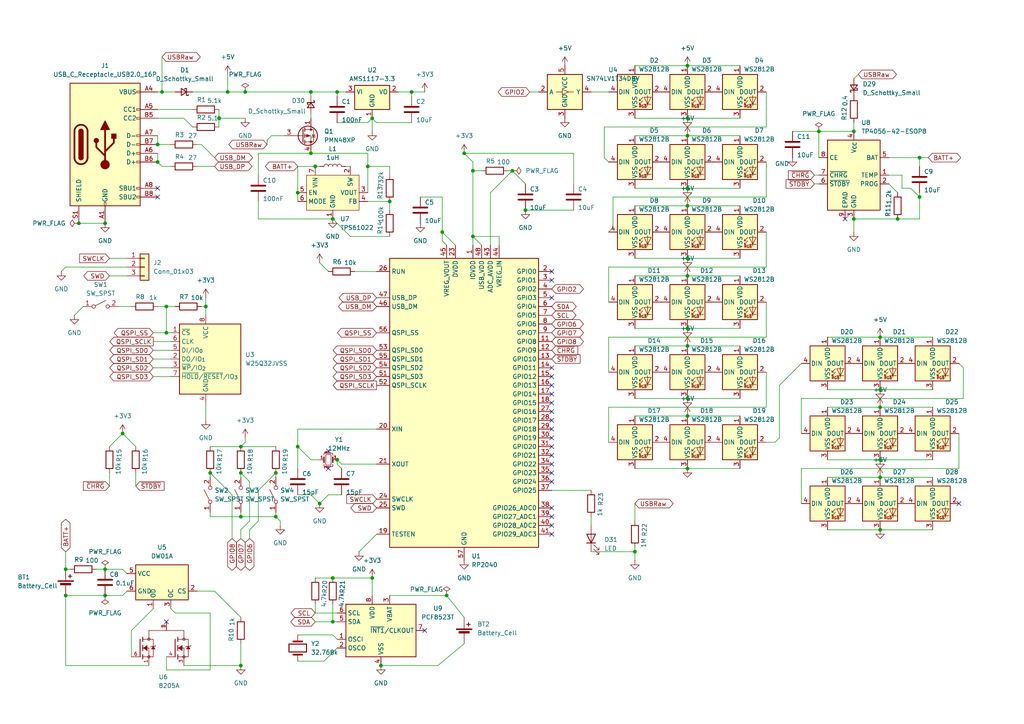
<source format=kicad_sch>
(kicad_sch (version 20250114) (generator "eeschema") (generator_version "9.0")
  (paper "A4")
  (junction (at 184.15 160.02))
  (junction (at 86.36 129.54))
  (junction (at 86.36 55.88))
  (junction (at 199.39 135.89))
  (junction (at 266.7 57.15))
  (junction (at 30.48 165.1))
  (junction (at 71.12 26.67))
  (junction (at 255.27 113.03))
  (junction (at 107.95 167.64))
  (junction (at 22.86 64.77))
  (junction (at 30.48 64.77))
  (junction (at 48.26 88.9))
  (junction (at 148.59 49.53))
  (junction (at 137.16 49.53))
  (junction (at 137.16 68.58))
  (junction (at 199.39 80.01))
  (junction (at 199.39 59.69))
  (junction (at 255.27 153.67))
  (junction (at 247.65 38.1))
  (junction (at 69.85 149.86))
  (junction (at 255.27 133.35))
  (junction (at 80.01 137.16))
  (junction (at 60.96 137.16))
  (junction (at 45.72 41.91))
  (junction (at 90.17 26.67))
  (junction (at 199.39 100.33))
  (junction (at 255.27 138.43))
  (junction (at 69.85 193.04))
  (junction (at 90.17 44.45))
  (junction (at 199.39 54.61))
  (junction (at 199.39 95.25))
  (junction (at 199.39 34.29))
  (junction (at 107.95 34.29))
  (junction (at 46.99 26.67))
  (junction (at 92.71 146.05))
  (junction (at 266.7 45.72))
  (junction (at 96.52 167.64))
  (junction (at 152.4 60.96))
  (junction (at 255.27 97.79))
  (junction (at 110.49 193.04))
  (junction (at 199.39 120.65))
  (junction (at 199.39 115.57))
  (junction (at 199.39 19.05))
  (junction (at 113.03 58.42))
  (junction (at 129.54 172.72))
  (junction (at 96.52 63.5))
  (junction (at 30.48 172.72))
  (junction (at 45.72 46.99))
  (junction (at 128.27 67.31))
  (junction (at 106.68 48.26))
  (junction (at 66.04 26.67))
  (junction (at 48.26 96.52))
  (junction (at 260.35 63.5))
  (junction (at 69.85 129.54))
  (junction (at 19.05 165.1))
  (junction (at 59.69 88.9))
  (junction (at 199.39 39.37))
  (junction (at 19.05 172.72))
  (junction (at 80.01 149.86))
  (junction (at 35.56 125.73))
  (junction (at 119.38 26.67))
  (junction (at 63.5 34.29))
  (junction (at 255.27 118.11))
  (junction (at 247.65 63.5))
  (junction (at 69.85 137.16))
  (junction (at 134.62 44.45))
  (junction (at 96.52 180.34))
  (junction (at 97.79 133.35))
  (junction (at 97.79 26.67))
  (junction (at 199.39 74.93))
  (junction (at 237.49 38.1))
  (junction (at 91.44 48.26))
  (no_connect (at 160.02 124.46))
  (no_connect (at 160.02 147.32))
  (no_connect (at 160.02 129.54))
  (no_connect (at 160.02 134.62))
  (no_connect (at 278.13 146.05))
  (no_connect (at 160.02 137.16))
  (no_connect (at 160.02 78.74))
  (no_connect (at 95.25 130.81))
  (no_connect (at 160.02 121.92))
  (no_connect (at 160.02 81.28))
  (no_connect (at 160.02 114.3))
  (no_connect (at 160.02 106.68))
  (no_connect (at 160.02 152.4))
  (no_connect (at 95.25 135.89))
  (no_connect (at 45.72 57.15))
  (no_connect (at 160.02 111.76))
  (no_connect (at 160.02 116.84))
  (no_connect (at 160.02 109.22))
  (no_connect (at 245.11 63.5))
  (no_connect (at 160.02 132.08))
  (no_connect (at 123.19 182.88))
  (no_connect (at 48.26 180.34))
  (no_connect (at 160.02 119.38))
  (no_connect (at 160.02 139.7))
  (no_connect (at 160.02 127))
  (no_connect (at 45.72 54.61))
  (no_connect (at 160.02 154.94))
  (no_connect (at 160.02 149.86))
  (no_connect (at 160.02 86.36))
  (wire (pts (xy 60.96 177.8) (xy 60.96 194.31)))
  (wire (pts (xy 48.26 88.9) (xy 50.8 88.9)))
  (wire (pts (xy 74.93 142.24) (xy 80.01 137.16)))
  (wire (pts (xy 44.45 101.6) (xy 49.53 101.6)))
  (wire (pts (xy 63.5 34.29) (xy 63.5 36.83)))
  (wire (pts (xy 44.45 104.14) (xy 49.53 104.14)))
  (wire (pts (xy 48.26 190.5) (xy 48.26 194.31)))
  (wire (pts (xy 53.34 193.04) (xy 69.85 193.04)))
  (wire (pts (xy 257.81 50.8) (xy 261.62 50.8)))
  (wire (pts (xy 240.03 133.35) (xy 255.27 133.35)))
  (wire (pts (xy 34.29 88.9) (xy 38.1 88.9)))
  (wire (pts (xy 266.7 55.88) (xy 266.7 57.15)))
  (wire (pts (xy 71.12 127) (xy 71.12 128.27)))
  (wire (pts (xy 184.15 100.33) (xy 199.39 100.33)))
  (wire (pts (xy 255.27 138.43) (xy 270.51 138.43)))
  (wire (pts (xy 184.15 34.29) (xy 199.39 34.29)))
  (wire (pts (xy 184.15 74.93) (xy 199.39 74.93)))
  (wire (pts (xy 45.72 34.29) (xy 53.34 34.29)))
  (wire (pts (xy 55.88 26.67) (xy 66.04 26.67)))
  (wire (pts (xy 119.38 26.67) (xy 119.38 27.94)))
  (wire (pts (xy 106.68 35.56) (xy 107.95 34.29)))
  (wire (pts (xy 106.68 44.45) (xy 106.68 48.26)))
  (wire (pts (xy 240.03 153.67) (xy 255.27 153.67)))
  (wire (pts (xy 247.65 35.56) (xy 247.65 38.1)))
  (wire (pts (xy 226.06 111.76) (xy 232.41 105.41)))
  (wire (pts (xy 46.99 26.67) (xy 50.8 26.67)))
  (wire (pts (xy 69.85 156.21) (xy 69.85 153.67)))
  (wire (pts (xy 199.39 135.89) (xy 214.63 135.89)))
  (wire (pts (xy 109.22 35.56) (xy 107.95 34.29)))
  (wire (pts (xy 237.49 50.8) (xy 236.22 50.8)))
  (wire (pts (xy 176.53 77.47) (xy 176.53 87.63)))
  (wire (pts (xy 27.94 165.1) (xy 30.48 165.1)))
  (wire (pts (xy 127 193.04) (xy 134.62 186.69)))
  (wire (pts (xy 99.06 134.62) (xy 97.79 133.35)))
  (wire (pts (xy 90.17 143.51) (xy 92.71 146.05)))
  (wire (pts (xy 113.03 172.72) (xy 129.54 172.72)))
  (wire (pts (xy 21.59 91.44) (xy 24.13 88.9)))
  (wire (pts (xy 109.22 154.94) (xy 104.14 160.02)))
  (wire (pts (xy 222.25 67.31) (xy 222.25 77.47)))
  (wire (pts (xy 90.17 26.67) (xy 97.79 26.67)))
  (wire (pts (xy 39.37 137.16) (xy 39.37 140.97)))
  (wire (pts (xy 184.15 54.61) (xy 199.39 54.61)))
  (wire (pts (xy 175.26 45.72) (xy 176.53 46.99)))
  (wire (pts (xy 257.81 45.72) (xy 266.7 45.72)))
  (wire (pts (xy 121.92 57.15) (xy 128.27 57.15)))
  (wire (pts (xy 106.68 48.26) (xy 106.68 55.88)))
  (wire (pts (xy 96.52 180.34) (xy 97.79 180.34)))
  (wire (pts (xy 199.39 19.05) (xy 214.63 19.05)))
  (wire (pts (xy 222.25 128.27) (xy 224.79 128.27)))
  (wire (pts (xy 19.05 165.1) (xy 20.32 165.1)))
  (wire (pts (xy 232.41 135.89) (xy 232.41 146.05)))
  (wire (pts (xy 39.37 129.54) (xy 35.56 125.73)))
  (wire (pts (xy 176.53 97.79) (xy 176.53 107.95)))
  (wire (pts (xy 90.17 26.67) (xy 90.17 27.94)))
  (wire (pts (xy 137.16 49.53) (xy 137.16 46.99)))
  (wire (pts (xy 48.26 194.31) (xy 60.96 194.31)))
  (wire (pts (xy 90.17 133.35) (xy 86.36 129.54)))
  (wire (pts (xy 247.65 63.5) (xy 260.35 63.5)))
  (wire (pts (xy 261.62 50.8) (xy 261.62 54.61)))
  (wire (pts (xy 261.62 54.61) (xy 264.16 54.61)))
  (wire (pts (xy 31.75 129.54) (xy 35.56 125.73)))
  (wire (pts (xy 19.05 172.72) (xy 30.48 172.72)))
  (wire (pts (xy 184.15 39.37) (xy 199.39 39.37)))
  (wire (pts (xy 199.39 59.69) (xy 214.63 59.69)))
  (wire (pts (xy 128.27 69.85) (xy 129.54 71.12)))
  (wire (pts (xy 78.74 39.37) (xy 77.47 40.64)))
  (wire (pts (xy 199.39 34.29) (xy 214.63 34.29)))
  (wire (pts (xy 72.39 153.67) (xy 74.93 151.13)))
  (wire (pts (xy 31.75 80.01) (xy 36.83 80.01)))
  (wire (pts (xy 91.44 177.8) (xy 97.79 177.8)))
  (wire (pts (xy 134.62 44.45) (xy 166.37 44.45)))
  (wire (pts (xy 69.85 149.86) (xy 80.01 149.86)))
  (wire (pts (xy 184.15 115.57) (xy 199.39 115.57)))
  (wire (pts (xy 72.39 139.7) (xy 69.85 137.16)))
  (wire (pts (xy 176.53 118.11) (xy 222.25 118.11)))
  (wire (pts (xy 199.39 120.65) (xy 214.63 120.65)))
  (wire (pts (xy 86.36 191.77) (xy 93.98 191.77)))
  (wire (pts (xy 184.15 160.02) (xy 184.15 162.56)))
  (wire (pts (xy 63.5 31.75) (xy 63.5 34.29)))
  (wire (pts (xy 279.4 115.57) (xy 279.4 106.68)))
  (wire (pts (xy 222.25 26.67) (xy 222.25 36.83)))
  (wire (pts (xy 86.36 129.54) (xy 86.36 135.89)))
  (wire (pts (xy 237.49 38.1) (xy 247.65 38.1)))
  (wire (pts (xy 119.38 35.56) (xy 109.22 35.56)))
  (wire (pts (xy 86.36 124.46) (xy 86.36 129.54)))
  (wire (pts (xy 96.52 175.26) (xy 96.52 180.34)))
  (wire (pts (xy 62.23 171.45) (xy 69.85 179.07)))
  (wire (pts (xy 80.01 148.59) (xy 80.01 149.86)))
  (wire (pts (xy 199.39 54.61) (xy 214.63 54.61)))
  (wire (pts (xy 113.03 58.42) (xy 113.03 60.96)))
  (wire (pts (xy 72.39 151.13) (xy 72.39 139.7)))
  (wire (pts (xy 53.34 34.29) (xy 55.88 36.83)))
  (wire (pts (xy 50.8 177.8) (xy 49.53 176.53)))
  (wire (pts (xy 82.55 39.37) (xy 78.74 39.37)))
  (wire (pts (xy 175.26 36.83) (xy 175.26 45.72)))
  (wire (pts (xy 176.53 97.79) (xy 222.25 97.79)))
  (wire (pts (xy 45.72 41.91) (xy 49.53 41.91)))
  (wire (pts (xy 95.25 78.74) (xy 92.71 76.2)))
  (wire (pts (xy 36.83 77.47) (xy 19.05 77.47)))
  (wire (pts (xy 63.5 34.29) (xy 71.12 34.29)))
  (wire (pts (xy 129.54 172.72) (xy 134.62 179.07)))
  (wire (pts (xy 232.41 115.57) (xy 279.4 115.57)))
  (wire (pts (xy 59.69 116.84) (xy 59.69 121.92)))
  (wire (pts (xy 240.03 113.03) (xy 255.27 113.03)))
  (wire (pts (xy 222.25 107.95) (xy 222.25 118.11)))
  (wire (pts (xy 232.41 115.57) (xy 232.41 125.73)))
  (wire (pts (xy 144.78 68.58) (xy 144.78 71.12)))
  (wire (pts (xy 266.7 45.72) (xy 266.7 48.26)))
  (wire (pts (xy 74.93 44.45) (xy 74.93 50.8)))
  (wire (pts (xy 247.65 63.5) (xy 247.65 67.31)))
  (wire (pts (xy 177.8 66.04) (xy 176.53 67.31)))
  (wire (pts (xy 59.69 86.36) (xy 59.69 88.9)))
  (wire (pts (xy 60.96 148.59) (xy 60.96 149.86)))
  (wire (pts (xy 86.36 184.15) (xy 96.52 184.15)))
  (wire (pts (xy 107.95 167.64) (xy 107.95 172.72)))
  (wire (pts (xy 30.48 172.72) (xy 35.56 172.72)))
  (wire (pts (xy 222.25 46.99) (xy 222.25 57.15)))
  (wire (pts (xy 171.45 160.02) (xy 184.15 160.02)))
  (wire (pts (xy 46.99 48.26) (xy 45.72 46.99)))
  (wire (pts (xy 110.49 193.04) (xy 127 193.04)))
  (wire (pts (xy 177.8 57.15) (xy 177.8 66.04)))
  (wire (pts (xy 67.31 156.21) (xy 67.31 143.51)))
  (wire (pts (xy 152.4 60.96) (xy 166.37 60.96)))
  (wire (pts (xy 19.05 193.04) (xy 43.18 193.04)))
  (wire (pts (xy 260.35 55.88) (xy 257.81 53.34)))
  (wire (pts (xy 69.85 137.16) (xy 69.85 138.43)))
  (wire (pts (xy 184.15 80.01) (xy 199.39 80.01)))
  (wire (pts (xy 44.45 96.52) (xy 48.26 96.52)))
  (wire (pts (xy 35.56 172.72) (xy 36.83 171.45)))
  (wire (pts (xy 199.39 39.37) (xy 214.63 39.37)))
  (wire (pts (xy 19.05 160.02) (xy 19.05 165.1)))
  (wire (pts (xy 266.7 57.15) (xy 266.7 63.5)))
  (wire (pts (xy 19.05 77.47) (xy 17.78 78.74)))
  (wire (pts (xy 71.12 26.67) (xy 90.17 26.67)))
  (wire (pts (xy 139.7 71.12) (xy 137.16 68.58)))
  (wire (pts (xy 266.7 45.72) (xy 269.24 45.72)))
  (wire (pts (xy 176.53 77.47) (xy 222.25 77.47)))
  (wire (pts (xy 184.15 158.75) (xy 184.15 160.02)))
  (wire (pts (xy 232.41 135.89) (xy 278.13 135.89)))
  (wire (pts (xy 184.15 95.25) (xy 199.39 95.25)))
  (wire (pts (xy 96.52 167.64) (xy 107.95 167.64)))
  (wire (pts (xy 255.27 113.03) (xy 270.51 113.03)))
  (wire (pts (xy 81.28 152.4) (xy 81.28 151.13)))
  (wire (pts (xy 199.39 95.25) (xy 214.63 95.25)))
  (wire (pts (xy 199.39 100.33) (xy 214.63 100.33)))
  (wire (pts (xy 38.1 190.5) (xy 38.1 182.88)))
  (wire (pts (xy 46.99 16.51) (xy 46.99 26.67)))
  (wire (pts (xy 57.15 48.26) (xy 62.23 48.26)))
  (wire (pts (xy 255.27 118.11) (xy 270.51 118.11)))
  (wire (pts (xy 49.53 48.26) (xy 46.99 48.26)))
  (wire (pts (xy 260.35 63.5) (xy 266.7 63.5)))
  (wire (pts (xy 147.32 49.53) (xy 148.59 49.53)))
  (wire (pts (xy 142.24 55.88) (xy 148.59 49.53)))
  (wire (pts (xy 237.49 53.34) (xy 236.22 53.34)))
  (wire (pts (xy 86.36 124.46) (xy 109.22 124.46)))
  (wire (pts (xy 148.59 49.53) (xy 152.4 53.34)))
  (wire (pts (xy 97.79 134.62) (xy 99.06 135.89)))
  (wire (pts (xy 255.27 153.67) (xy 270.51 153.67)))
  (wire (pts (xy 153.67 26.67) (xy 156.21 26.67)))
  (wire (pts (xy 199.39 115.57) (xy 214.63 115.57)))
  (wire (pts (xy 184.15 146.05) (xy 184.15 151.13)))
  (wire (pts (xy 247.65 22.86) (xy 248.92 21.59)))
  (wire (pts (xy 60.96 137.16) (xy 60.96 138.43)))
  (wire (pts (xy 67.31 143.51) (xy 60.96 137.16)))
  (wire (pts (xy 199.39 80.01) (xy 214.63 80.01)))
  (wire (pts (xy 92.71 133.35) (xy 90.17 133.35)))
  (wire (pts (xy 109.22 134.62) (xy 99.06 134.62)))
  (wire (pts (xy 86.36 143.51) (xy 90.17 143.51)))
  (wire (pts (xy 100.33 48.26) (xy 101.6 48.26)))
  (wire (pts (xy 44.45 99.06) (xy 49.53 99.06)))
  (wire (pts (xy 38.1 182.88) (xy 44.45 176.53)))
  (wire (pts (xy 66.04 21.59) (xy 66.04 26.67)))
  (wire (pts (xy 86.36 48.26) (xy 91.44 48.26)))
  (wire (pts (xy 229.87 38.1) (xy 237.49 38.1)))
  (wire (pts (xy 102.87 78.74) (xy 109.22 78.74)))
  (wire (pts (xy 137.16 49.53) (xy 139.7 49.53)))
  (wire (pts (xy 74.93 151.13) (xy 74.93 142.24)))
  (wire (pts (xy 74.93 44.45) (xy 90.17 44.45)))
  (wire (pts (xy 57.15 41.91) (xy 58.42 41.91)))
  (wire (pts (xy 74.93 58.42) (xy 74.93 63.5)))
  (wire (pts (xy 74.93 63.5) (xy 96.52 63.5)))
  (wire (pts (xy 224.79 128.27) (xy 226.06 127)))
  (wire (pts (xy 19.05 172.72) (xy 19.05 193.04)))
  (wire (pts (xy 44.45 106.68) (xy 49.53 106.68)))
  (wire (pts (xy 128.27 57.15) (xy 128.27 67.31)))
  (wire (pts (xy 171.45 149.86) (xy 171.45 152.4)))
  (wire (pts (xy 95.25 143.51) (xy 92.71 146.05)))
  (wire (pts (xy 48.26 96.52) (xy 49.53 96.52)))
  (wire (pts (xy 80.01 137.16) (xy 80.01 138.43)))
  (wire (pts (xy 264.16 54.61) (xy 266.7 57.15)))
  (wire (pts (xy 44.45 109.22) (xy 49.53 109.22)))
  (wire (pts (xy 279.4 106.68) (xy 278.13 105.41)))
  (wire (pts (xy 97.79 26.67) (xy 97.79 27.94)))
  (wire (pts (xy 171.45 26.67) (xy 176.53 26.67)))
  (wire (pts (xy 113.03 68.58) (xy 101.6 68.58)))
  (wire (pts (xy 77.47 40.64) (xy 77.47 41.91)))
  (wire (pts (xy 97.79 133.35) (xy 97.79 134.62)))
  (wire (pts (xy 45.72 39.37) (xy 45.72 41.91)))
  (wire (pts (xy 184.15 135.89) (xy 199.39 135.89)))
  (wire (pts (xy 99.06 143.51) (xy 95.25 143.51)))
  (wire (pts (xy 81.28 151.13) (xy 80.01 149.86)))
  (wire (pts (xy 137.16 68.58) (xy 144.78 68.58)))
  (wire (pts (xy 86.36 48.26) (xy 86.36 55.88)))
  (wire (pts (xy 71.12 128.27) (xy 69.85 129.54)))
  (wire (pts (xy 132.08 71.12) (xy 128.27 67.31)))
  (wire (pts (xy 69.85 129.54) (xy 80.01 129.54)))
  (wire (pts (xy 91.44 48.26) (xy 92.71 48.26)))
  (wire (pts (xy 176.53 118.11) (xy 176.53 128.27)))
  (wire (pts (xy 91.44 175.26) (xy 91.44 177.8)))
  (wire (pts (xy 237.49 38.1) (xy 237.49 45.72)))
  (wire (pts (xy 93.98 191.77) (xy 97.79 187.96)))
  (wire (pts (xy 255.27 133.35) (xy 270.51 133.35)))
  (wire (pts (xy 107.95 34.29) (xy 107.95 38.1)))
  (wire (pts (xy 137.16 71.12) (xy 137.16 68.58)))
  (wire (pts (xy 69.85 148.59) (xy 69.85 149.86)))
  (wire (pts (xy 240.03 138.43) (xy 255.27 138.43)))
  (wire (pts (xy 72.39 156.21) (xy 72.39 153.67)))
  (wire (pts (xy 96.52 184.15) (xy 97.79 185.42)))
  (wire (pts (xy 106.68 48.26) (xy 113.03 48.26)))
  (wire (pts (xy 60.96 177.8) (xy 50.8 177.8)))
  (wire (pts (xy 199.39 74.93) (xy 214.63 74.93)))
  (wire (pts (xy 48.26 88.9) (xy 48.26 96.52)))
  (wire (pts (xy 101.6 68.58) (xy 96.52 63.5)))
  (wire (pts (xy 60.96 129.54) (xy 69.85 129.54)))
  (wire (pts (xy 45.72 88.9) (xy 48.26 88.9)))
  (wire (pts (xy 45.72 26.67) (xy 46.99 26.67)))
  (wire (pts (xy 45.72 44.45) (xy 45.72 46.99)))
  (wire (pts (xy 119.38 26.67) (xy 123.19 26.67)))
  (wire (pts (xy 57.15 171.45) (xy 62.23 171.45)))
  (wire (pts (xy 278.13 125.73) (xy 278.13 135.89)))
  (wire (pts (xy 69.85 153.67) (xy 72.39 151.13)))
  (wire (pts (xy 160.02 142.24) (xy 171.45 142.24)))
  (wire (pts (xy 142.24 71.12) (xy 142.24 55.88)))
  (wire (pts (xy 91.44 167.64) (xy 96.52 167.64)))
  (wire (pts (xy 31.75 74.93) (xy 36.83 74.93)))
  (wire (pts (xy 30.48 165.1) (xy 35.56 165.1)))
  (wire (pts (xy 184.15 19.05) (xy 199.39 19.05)))
  (wire (pts (xy 90.17 33.02) (xy 90.17 34.29)))
  (wire (pts (xy 31.75 137.16) (xy 31.75 140.97)))
  (wire (pts (xy 184.15 59.69) (xy 199.39 59.69)))
  (wire (pts (xy 91.44 180.34) (xy 96.52 180.34)))
  (wire (pts (xy 128.27 67.31) (xy 128.27 69.85)))
  (wire (pts (xy 97.79 35.56) (xy 106.68 35.56)))
  (wire (pts (xy 137.16 68.58) (xy 137.16 49.53)))
  (wire (pts (xy 69.85 186.69) (xy 69.85 193.04)))
  (wire (pts (xy 240.03 97.79) (xy 255.27 97.79)))
  (wire (pts (xy 66.04 26.67) (xy 71.12 26.67)))
  (wire (pts (xy 90.17 44.45) (xy 106.68 44.45)))
  (wire (pts (xy 184.15 120.65) (xy 199.39 120.65)))
  (wire (pts (xy 177.8 57.15) (xy 222.25 57.15)))
  (wire (pts (xy 113.03 48.26) (xy 113.03 50.8)))
  (wire (pts (xy 45.72 31.75) (xy 55.88 31.75)))
  (wire (pts (xy 115.57 26.67) (xy 119.38 26.67)))
  (wire (pts (xy 226.06 127) (xy 226.06 111.76)))
  (wire (pts (xy 240.03 118.11) (xy 255.27 118.11)))
  (wire (pts (xy 255.27 97.79) (xy 270.51 97.79)))
  (wire (pts (xy 59.69 88.9) (xy 59.69 91.44)))
  (wire (pts (xy 22.86 64.77) (xy 30.48 64.77)))
  (wire (pts (xy 137.16 46.99) (xy 134.62 44.45)))
  (wire (pts (xy 97.79 26.67) (xy 100.33 26.67)))
  (wire (pts (xy 58.42 88.9) (xy 59.69 88.9)))
  (wire (pts (xy 175.26 36.83) (xy 222.25 36.83)))
  (wire (pts (xy 60.96 149.86) (xy 69.85 149.86)))
  (wire (pts (xy 35.56 165.1) (xy 36.83 166.37)))
  (wire (pts (xy 222.25 87.63) (xy 222.25 97.79)))
  (wire (pts (xy 166.37 44.45) (xy 166.37 53.34)))
  (wire (pts (xy 58.42 41.91) (xy 62.23 45.72)))
  (wire (pts (xy 86.36 55.88) (xy 86.36 58.42)))
  (wire (pts (xy 106.68 58.42) (xy 113.03 58.42)))
  (global_label "QSPI_SD0" (shape bidirectional) (at 109.22 101.6 180) (property "Intersheetrefs" "${INTERSHEET_REFS}" (effects (hide yes))))
  (global_label "SDA" (shape bidirectional) (at 160.02 88.9 0) (property "Intersheetrefs" "${INTERSHEET_REFS}" (effects (hide yes))))
  (global_label "SWCLK" (shape input) (at 31.75 74.93 180) (property "Intersheetrefs" "${INTERSHEET_REFS}" (effects (hide yes))))
  (global_label "SWD" (shape bidirectional) (at 109.22 147.32 180) (property "Intersheetrefs" "${INTERSHEET_REFS}" (effects (hide yes))))
  (global_label "USBRaw" (shape bidirectional) (at 184.15 146.05 0) (property "Intersheetrefs" "${INTERSHEET_REFS}" (effects (hide yes))))
  (global_label "QSPI_SD0" (shape bidirectional) (at 44.45 101.6 180) (property "Intersheetrefs" "${INTERSHEET_REFS}" (effects (hide yes))))
  (global_label "BATT+" (shape bidirectional) (at 269.24 45.72 0) (property "Intersheetrefs" "${INTERSHEET_REFS}" (effects (hide yes))))
  (global_label "SWD" (shape bidirectional) (at 31.75 80.01 180) (property "Intersheetrefs" "${INTERSHEET_REFS}" (effects (hide yes))))
  (global_label "~{CHRG}" (shape input) (at 236.22 50.8 180) (property "Intersheetrefs" "${INTERSHEET_REFS}" (effects (hide yes))))
  (global_label "GPIO8" (shape bidirectional) (at 160.02 99.06 0) (property "Intersheetrefs" "${INTERSHEET_REFS}" (effects (hide yes))))
  (global_label "~{STDBY}" (shape input) (at 236.22 53.34 180) (property "Intersheetrefs" "${INTERSHEET_REFS}" (effects (hide yes))))
  (global_label "QSPI_SD3" (shape bidirectional) (at 109.22 109.22 180) (property "Intersheetrefs" "${INTERSHEET_REFS}" (effects (hide yes))))
  (global_label "USBRaw" (shape bidirectional) (at 46.99 16.51 0) (property "Intersheetrefs" "${INTERSHEET_REFS}" (effects (hide yes))))
  (global_label "QSPI_SCLK" (shape output) (at 109.22 111.76 180) (property "Intersheetrefs" "${INTERSHEET_REFS}" (effects (hide yes))))
  (global_label "USB_DP" (shape bidirectional) (at 109.22 86.36 180) (property "Intersheetrefs" "${INTERSHEET_REFS}" (effects (hide yes))))
  (global_label "GPIO2" (shape bidirectional) (at 160.02 83.82 0) (property "Intersheetrefs" "${INTERSHEET_REFS}" (effects (hide yes))))
  (global_label "USBRaw" (shape bidirectional) (at 77.47 41.91 180) (property "Intersheetrefs" "${INTERSHEET_REFS}" (effects (hide yes))))
  (global_label "~{STDBY}" (shape input) (at 39.37 140.97 0) (property "Intersheetrefs" "${INTERSHEET_REFS}" (effects (hide yes))))
  (global_label "GPIO7" (shape bidirectional) (at 69.85 156.21 270) (property "Intersheetrefs" "${INTERSHEET_REFS}" (effects (hide yes))))
  (global_label "BATT+" (shape bidirectional) (at 86.36 48.26 180) (property "Intersheetrefs" "${INTERSHEET_REFS}" (effects (hide yes))))
  (global_label "USBRaw" (shape bidirectional) (at 248.92 21.59 0) (property "Intersheetrefs" "${INTERSHEET_REFS}" (effects (hide yes))))
  (global_label "SCL" (shape bidirectional) (at 160.02 91.44 0) (property "Intersheetrefs" "${INTERSHEET_REFS}" (effects (hide yes))))
  (global_label "GPIO2" (shape bidirectional) (at 153.67 26.67 180) (property "Intersheetrefs" "${INTERSHEET_REFS}" (effects (hide yes))))
  (global_label "SDA" (shape bidirectional) (at 91.44 180.34 180) (property "Intersheetrefs" "${INTERSHEET_REFS}" (effects (hide yes))))
  (global_label "QSPI_SS" (shape bidirectional) (at 109.22 96.52 180) (property "Intersheetrefs" "${INTERSHEET_REFS}" (effects (hide yes))))
  (global_label "~{CHRG}" (shape input) (at 31.75 140.97 180) (property "Intersheetrefs" "${INTERSHEET_REFS}" (effects (hide yes))))
  (global_label "GPIO8" (shape bidirectional) (at 67.31 156.21 270) (property "Intersheetrefs" "${INTERSHEET_REFS}" (effects (hide yes))))
  (global_label "USB_DM" (shape bidirectional) (at 62.23 45.72 0) (property "Intersheetrefs" "${INTERSHEET_REFS}" (effects (hide yes))))
  (global_label "SCL" (shape bidirectional) (at 91.44 177.8 180) (property "Intersheetrefs" "${INTERSHEET_REFS}" (effects (hide yes))))
  (global_label "GPIO6" (shape bidirectional) (at 72.39 156.21 270) (property "Intersheetrefs" "${INTERSHEET_REFS}" (effects (hide yes))))
  (global_label "USB_DM" (shape bidirectional) (at 109.22 88.9 180) (property "Intersheetrefs" "${INTERSHEET_REFS}" (effects (hide yes))))
  (global_label "GPIO7" (shape bidirectional) (at 160.02 96.52 0) (property "Intersheetrefs" "${INTERSHEET_REFS}" (effects (hide yes))))
  (global_label "~{CHRG}" (shape input) (at 160.02 101.6 0) (property "Intersheetrefs" "${INTERSHEET_REFS}" (effects (hide yes))))
  (global_label "~{STDBY}" (shape input) (at 160.02 104.14 0) (property "Intersheetrefs" "${INTERSHEET_REFS}" (effects (hide yes))))
  (global_label "QSPI_SD2" (shape bidirectional) (at 109.22 106.68 180) (property "Intersheetrefs" "${INTERSHEET_REFS}" (effects (hide yes))))
  (global_label "BATT+" (shape bidirectional) (at 19.05 160.02 90) (property "Intersheetrefs" "${INTERSHEET_REFS}" (effects (hide yes))))
  (global_label "QSPI_SCLK" (shape output) (at 44.45 99.06 180) (property "Intersheetrefs" "${INTERSHEET_REFS}" (effects (hide yes))))
  (global_label "GPIO6" (shape bidirectional) (at 160.02 93.98 0) (property "Intersheetrefs" "${INTERSHEET_REFS}" (effects (hide yes))))
  (global_label "USB_DP" (shape bidirectional) (at 62.23 48.26 0) (property "Intersheetrefs" "${INTERSHEET_REFS}" (effects (hide yes))))
  (global_label "QSPI_SD2" (shape bidirectional) (at 44.45 106.68 180) (property "Intersheetrefs" "${INTERSHEET_REFS}" (effects (hide yes))))
  (global_label "QSPI_SS" (shape bidirectional) (at 44.45 96.52 180) (property "Intersheetrefs" "${INTERSHEET_REFS}" (effects (hide yes))))
  (global_label "QSPI_SD1" (shape bidirectional) (at 109.22 104.14 180) (property "Intersheetrefs" "${INTERSHEET_REFS}" (effects (hide yes))))
  (global_label "SWCLK" (shape input) (at 109.22 144.78 180) (property "Intersheetrefs" "${INTERSHEET_REFS}" (effects (hide yes))))
  (global_label "QSPI_SD3" (shape bidirectional) (at 44.45 109.22 180) (property "Intersheetrefs" "${INTERSHEET_REFS}" (effects (hide yes))))
  (global_label "QSPI_SD1" (shape bidirectional) (at 44.45 104.14 180) (property "Intersheetrefs" "${INTERSHEET_REFS}" (effects (hide yes))))
  (symbol (lib_id "Device:Battery_Cell") (at 134.62 184.15 0) (unit 1)
    (property "Reference" "BT2" (at 138.43 181.0384 0) (effects (justify left)))
    (property "Value" "Battery_Cell" (at 138.43 183.5784 0) (effects (justify left)))
    (property "Footprint" "Battery:BatteryHolder_Keystone_3034_1x20mm" (effects (hide yes)))
    (property "Description" "Single-cell battery" (effects (hide yes)))
  )
  (symbol (lib_id "Device:R") (at 69.85 133.35 0) (unit 1)
    (property "Reference" "R18" (at 72.644 132.08 90))
    (property "Value" "10k" (at 72.39 135.89 90))
    (property "Footprint" "Resistor_SMD:R_0805_2012Metric" (effects (hide yes)))
    (property "Description" "Resistor" (effects (hide yes)))
  )
  (symbol (lib_id "Device:R") (at 113.03 64.77 180) (unit 1)
    (property "Reference" "R14" (at 110.236 66.04 90))
    (property "Value" "100k" (at 110.49 62.23 90))
    (property "Footprint" "Resistor_SMD:R_0805_2012Metric" (effects (hide yes)))
    (property "Description" "Resistor" (effects (hide yes)))
  )
  (symbol (lib_id "Switch:SW_SPST") (at 69.85 143.51 90) (unit 1)
    (property "Reference" "SW3" (at 71.12 142.2399 90) (effects (justify right)))
    (property "Value" "SW_SPST" (at 71.12 144.7799 90) (effects (justify right)))
    (property "Footprint" "Button_Switch_SMD:SW_SPST_CK_RS282G05A3" (effects (hide yes)))
    (property "Description" "Single Pole Single Throw (SPST) switch" (effects (hide yes)))
  )
  (symbol (lib_id "power:GND") (at 110.49 193.04 0) (unit 1)
    (property "Reference" "#PWR043" (effects (hide yes)))
    (property "Value" "GND" (at 110.49 198.12 0))
    (property "Description" "Power symbol creates a global label with name \"GND\" , ground" (effects (hide yes)))
  )
  (symbol (lib_id "power:GND") (at 134.62 162.56 0) (unit 1)
    (property "Reference" "#PWR06" (effects (hide yes)))
    (property "Value" "GND" (at 134.62 167.64 0))
    (property "Description" "Power symbol creates a global label with name \"GND\" , ground" (effects (hide yes)))
  )
  (symbol (lib_id "LED:WS2812B") (at 270.51 125.73 0) (unit 1)
    (property "Reference" "D25" (at 276.098 116.586 0))
    (property "Value" "WS2812B" (at 276.098 119.126 0))
    (property "Footprint" "LED_SMD:LED_WS2812B_PLCC4_5.0x5.0mm_P3.2mm" (effects (hide yes)))
    (property "Datasheet" "https://cdn-shop.adafruit.com/datasheets/WS2812B.pdf" (effects (hide yes)))
    (property "Description" "RGB LED with integrated controller" (effects (hide yes)))
  )
  (symbol (lib_id "power:GND") (at 255.27 113.03 0) (unit 1)
    (property "Reference" "#PWR028" (effects (hide yes)))
    (property "Value" "GND" (effects (hide yes)))
    (property "Description" "Power symbol creates a global label with name \"GND\" , ground" (effects (hide yes)))
  )
  (symbol (lib_id "power:+5V") (at 199.39 100.33 0) (unit 1)
    (property "Reference" "#PWR021" (effects (hide yes)))
    (property "Value" "+5V" (at 199.39 95.25 0))
    (property "Description" "Power symbol creates a global label with name \"+5V\"" (effects (hide yes)))
  )
  (symbol (lib_id "Converter_DCDC:TPS61022") (at 96.52 55.88 0) (unit 1)
    (property "Reference" "U7" (at 98.6633 63.5 0) (effects (justify left)))
    (property "Value" "TPS61022" (at 98.6633 66.04 0) (effects (justify left)))
    (property "Footprint" "Package_DFN_QFN:Texas_RWU0007A_VQFN-7_2x2mm_P0.5mm" (effects (hide yes)))
    (property "Datasheet" "https://www.ti.com/lit/ds/symlink/tps61022.pdf" (effects (hide yes)))
    (property "Description" "8A Boost Converter, 0.5-5.5 V input, 2.2-5.5V output, Texas RWU0007A VQFN-7" (effects (hide yes)))
  )
  (symbol (lib_id "Device:LED") (at 171.45 156.21 90) (unit 1)
    (property "Reference" "D31" (at 175.26 156.5274 90) (effects (justify right)))
    (property "Value" "LED" (at 175.26 159.0674 90) (effects (justify right)))
    (property "Footprint" "LED_SMD:LED_0805_2012Metric" (effects (hide yes)))
    (property "Description" "Light emitting diode" (effects (hide yes)))
    (property "Sim.Pins" "1=K 2=A" (effects (hide yes)))
  )
  (symbol (lib_id "LED:WS2812B") (at 184.15 46.99 0) (unit 1)
    (property "Reference" "D5" (at 189.738 37.846 0))
    (property "Value" "WS2812B" (at 189.738 40.386 0))
    (property "Footprint" "LED_SMD:LED_WS2812B_PLCC4_5.0x5.0mm_P3.2mm" (effects (hide yes)))
    (property "Datasheet" "https://cdn-shop.adafruit.com/datasheets/WS2812B.pdf" (effects (hide yes)))
    (property "Description" "RGB LED with integrated controller" (effects (hide yes)))
  )
  (symbol (lib_id "Device:R") (at 143.51 49.53 90) (unit 1)
    (property "Reference" "R5" (at 142.24 46.736 90))
    (property "Value" "100" (at 146.05 46.99 90))
    (property "Footprint" "Resistor_SMD:R_0805_2012Metric" (effects (hide yes)))
    (property "Description" "Resistor" (effects (hide yes)))
  )
  (symbol (lib_id "power:PWR_FLAG") (at 148.59 49.53 270) (unit 1)
    (property "Reference" "#FLG07" (effects (hide yes)))
    (property "Value" "PWR_FLAG" (at 152.4 49.5299 90) (effects (justify left)))
    (property "Description" "Special symbol for telling ERC where power comes from" (effects (hide yes)))
  )
  (symbol (lib_id "Device:R") (at 260.35 59.69 180) (unit 1)
    (property "Reference" "R11" (at 257.556 60.96 90))
    (property "Value" "1.2k" (at 257.81 57.15 90))
    (property "Footprint" "Resistor_SMD:R_0805_2012Metric" (effects (hide yes)))
    (property "Description" "Resistor" (effects (hide yes)))
  )
  (symbol (lib_id "Device:R") (at 184.15 154.94 0) (unit 1)
    (property "Reference" "R22" (at 186.944 153.67 90))
    (property "Value" "1M" (at 186.69 157.48 90))
    (property "Footprint" "Resistor_SMD:R_0805_2012Metric" (effects (hide yes)))
    (property "Description" "Resistor" (effects (hide yes)))
  )
  (symbol (lib_id "Device:R") (at 80.01 133.35 0) (unit 1)
    (property "Reference" "R19" (at 82.804 132.08 90))
    (property "Value" "10k" (at 82.55 135.89 90))
    (property "Footprint" "Resistor_SMD:R_0805_2012Metric" (effects (hide yes)))
    (property "Description" "Resistor" (effects (hide yes)))
  )
  (symbol (lib_id "power:GND") (at 121.92 64.77 0) (unit 1)
    (property "Reference" "#PWR09" (effects (hide yes)))
    (property "Value" "GND" (at 121.92 69.85 0))
    (property "Description" "Power symbol creates a global label with name \"GND\" , ground" (effects (hide yes)))
  )
  (symbol (lib_id "Device:Crystal_GND24_Small") (at 95.25 133.35 0) (unit 1)
    (property "Reference" "Y1" (at 98.298 127.508 0))
    (property "Value" "12MHz" (at 98.298 130.048 0))
    (property "Footprint" "Crystal:Crystal_SMD_SeikoEpson_FA238-4Pin_3.2x2.5mm" (effects (hide yes)))
    (property "Description" "Four pin crystal, GND on pins 2 and 4, small symbol" (effects (hide yes)))
  )
  (symbol (lib_id "Device:R") (at 171.45 146.05 0) (unit 1)
    (property "Reference" "R23" (at 174.244 144.78 90))
    (property "Value" "1k" (at 173.99 148.59 90))
    (property "Footprint" "Resistor_SMD:R_0805_2012Metric" (effects (hide yes)))
    (property "Description" "Resistor" (effects (hide yes)))
  )
  (symbol (lib_id "Device:R") (at 53.34 41.91 90) (unit 1)
    (property "Reference" "R3" (at 52.07 39.116 90))
    (property "Value" "27" (at 55.88 39.37 90))
    (property "Footprint" "Resistor_SMD:R_0805_2012Metric" (effects (hide yes)))
    (property "Description" "Resistor" (effects (hide yes)))
  )
  (symbol (lib_id "power:GND") (at 69.85 193.04 0) (unit 1)
    (property "Reference" "#PWR039" (effects (hide yes)))
    (property "Value" "GND" (at 69.85 198.12 0))
    (property "Description" "Power symbol creates a global label with name \"GND\" , ground" (effects (hide yes)))
  )
  (symbol (lib_id "power:GND") (at 199.39 54.61 0) (unit 1)
    (property "Reference" "#PWR033" (effects (hide yes)))
    (property "Value" "GND" (effects (hide yes)))
    (property "Description" "Power symbol creates a global label with name \"GND\" , ground" (effects (hide yes)))
  )
  (symbol (lib_id "Connector_Generic:Conn_01x03") (at 41.91 77.47 0) (unit 1)
    (property "Reference" "J2" (at 44.45 76.1999 0) (effects (justify left)))
    (property "Value" "Conn_01x03" (at 44.45 78.7399 0) (effects (justify left)))
    (property "Footprint" "Connector_PinSocket_2.54mm:PinSocket_1x03_P2.54mm_Vertical" (effects (hide yes)))
    (property "Description" "Generic connector, single row, 01x03, script generated (kicad-library-utils/schlib/autogen/connector/)" (effects (hide yes)))
  )
  (symbol (lib_id "LED:WS2812B") (at 214.63 67.31 0) (unit 1)
    (property "Reference" "D10" (at 220.218 58.166 0))
    (property "Value" "WS2812B" (at 220.218 60.706 0))
    (property "Footprint" "LED_SMD:LED_WS2812B_PLCC4_5.0x5.0mm_P3.2mm" (effects (hide yes)))
    (property "Datasheet" "https://cdn-shop.adafruit.com/datasheets/WS2812B.pdf" (effects (hide yes)))
    (property "Description" "RGB LED with integrated controller" (effects (hide yes)))
  )
  (symbol (lib_id "Device:L") (at 96.52 48.26 90) (unit 1)
    (property "Reference" "L1" (at 96.52 43.18 90))
    (property "Value" "1uH" (at 96.52 45.72 90))
    (property "Footprint" "Inductor_SMD:L_0805_2012Metric" (effects (hide yes)))
    (property "Description" "Inductor" (effects (hide yes)))
  )
  (symbol (lib_id "power:GND") (at 184.15 162.56 0) (unit 1)
    (property "Reference" "#PWR046" (effects (hide yes)))
    (property "Value" "GND" (at 184.15 167.64 0))
    (property "Description" "Power symbol creates a global label with name \"GND\" , ground" (effects (hide yes)))
  )
  (symbol (lib_id "power:GND") (at 71.12 34.29 0) (unit 1)
    (property "Reference" "#PWR03" (effects (hide yes)))
    (property "Value" "GND" (at 71.12 39.37 0))
    (property "Description" "Power symbol creates a global label with name \"GND\" , ground" (effects (hide yes)))
  )
  (symbol (lib_id "Device:R") (at 91.44 171.45 0) (unit 1)
    (property "Reference" "R20" (at 94.234 170.18 90))
    (property "Value" "4.7k" (at 93.98 173.99 90))
    (property "Footprint" "Resistor_SMD:R_0805_2012Metric" (effects (hide yes)))
    (property "Description" "Resistor" (effects (hide yes)))
  )
  (symbol (lib_id "power:GND") (at 247.65 67.31 0) (unit 1)
    (property "Reference" "#PWR038" (effects (hide yes)))
    (property "Value" "GND" (at 247.65 72.39 0))
    (property "Description" "Power symbol creates a global label with name \"GND\" , ground" (effects (hide yes)))
  )
  (symbol (lib_id "power:PWR_FLAG") (at 30.48 165.1 0) (unit 1)
    (property "Reference" "#FLG06" (effects (hide yes)))
    (property "Value" "PWR_FLAG" (at 30.48 160.02 0))
    (property "Description" "Special symbol for telling ERC where power comes from" (effects (hide yes)))
  )
  (symbol (lib_id "LED:WS2812B") (at 255.27 125.73 0) (unit 1)
    (property "Reference" "D24" (at 260.858 116.586 0))
    (property "Value" "WS2812B" (at 260.858 119.126 0))
    (property "Footprint" "LED_SMD:LED_WS2812B_PLCC4_5.0x5.0mm_P3.2mm" (effects (hide yes)))
    (property "Datasheet" "https://cdn-shop.adafruit.com/datasheets/WS2812B.pdf" (effects (hide yes)))
    (property "Description" "RGB LED with integrated controller" (effects (hide yes)))
  )
  (symbol (lib_id "power:GND") (at 152.4 60.96 0) (unit 1)
    (property "Reference" "#PWR08" (effects (hide yes)))
    (property "Value" "GND" (at 152.4 66.04 0))
    (property "Description" "Power symbol creates a global label with name \"GND\" , ground" (effects (hide yes)))
  )
  (symbol (lib_id "Device:R") (at 96.52 171.45 0) (unit 1)
    (property "Reference" "R21" (at 99.314 170.18 90))
    (property "Value" "4.7k" (at 99.06 173.99 90))
    (property "Footprint" "Resistor_SMD:R_0805_2012Metric" (effects (hide yes)))
    (property "Description" "Resistor" (effects (hide yes)))
  )
  (symbol (lib_id "LED:WS2812B") (at 199.39 87.63 0) (unit 1)
    (property "Reference" "D12" (at 204.978 78.486 0))
    (property "Value" "WS2812B" (at 204.978 81.026 0))
    (property "Footprint" "LED_SMD:LED_WS2812B_PLCC4_5.0x5.0mm_P3.2mm" (effects (hide yes)))
    (property "Datasheet" "https://cdn-shop.adafruit.com/datasheets/WS2812B.pdf" (effects (hide yes)))
    (property "Description" "RGB LED with integrated controller" (effects (hide yes)))
  )
  (symbol (lib_id "power:PWR_FLAG") (at 22.86 64.77 90) (unit 1)
    (property "Reference" "#FLG02" (effects (hide yes)))
    (property "Value" "PWR_FLAG" (at 19.05 64.7699 90) (effects (justify left)))
    (property "Description" "Special symbol for telling ERC where power comes from" (effects (hide yes)))
  )
  (symbol (lib_id "Device:Battery_Cell") (at 19.05 170.18 0) (unit 1)
    (property "Reference" "BT1" (at 5.08 167.386 0) (effects (justify left)))
    (property "Value" "Battery_Cell" (at 5.08 169.926 0) (effects (justify left)))
    (property "Footprint" "Battery:BatteryHolder_Keystone_1042_1x18650" (effects (hide yes)))
    (property "Description" "Single-cell battery" (effects (hide yes)))
  )
  (symbol (lib_id "power:PWR_FLAG") (at 71.12 26.67 0) (unit 1)
    (property "Reference" "#FLG01" (effects (hide yes)))
    (property "Value" "PWR_FLAG" (at 71.12 21.59 0))
    (property "Description" "Special symbol for telling ERC where power comes from" (effects (hide yes)))
  )
  (symbol (lib_id "Battery_Management:TP4056-42-ESOP8") (at 247.65 50.8 0) (unit 1)
    (property "Reference" "U8" (at 249.7933 35.56 0) (effects (justify left)))
    (property "Value" "TP4056-42-ESOP8" (at 249.7933 38.1 0) (effects (justify left)))
    (property "Footprint" "Package_SO:SOIC-8-1EP_3.9x4.9mm_P1.27mm_EP2.41x3.81mm" (effects (hide yes)))
    (property "Datasheet" "https://www.lcsc.com/datasheet/lcsc_datasheet_2410121619_TOPPOWER-Nanjing-Extension-Microelectronics-TP4056-42-ESOP8_C16581.pdf" (effects (hide yes)))
    (property "Description" "1A Standalone Linear Li-ion/LiPo single-cell battery charger, 4.2V ±1% charge voltage, VCC = 4.0..8.0V, SOIC-8 (SOP-8)" (effects (hide yes)))
  )
  (symbol (lib_id "power:GND") (at 21.59 91.44 0) (unit 1)
    (property "Reference" "#PWR016" (effects (hide yes)))
    (property "Value" "GND" (at 21.59 96.52 0))
    (property "Description" "Power symbol creates a global label with name \"GND\" , ground" (effects (hide yes)))
  )
  (symbol (lib_id "power:GND") (at 96.52 63.5 0) (unit 1)
    (property "Reference" "#PWR037" (effects (hide yes)))
    (property "Value" "GND" (at 96.52 68.58 0))
    (property "Description" "Power symbol creates a global label with name \"GND\" , ground" (effects (hide yes)))
  )
  (symbol (lib_id "power:GND") (at 199.39 95.25 0) (unit 1)
    (property "Reference" "#PWR031" (effects (hide yes)))
    (property "Value" "GND" (effects (hide yes)))
    (property "Description" "Power symbol creates a global label with name \"GND\" , ground" (effects (hide yes)))
  )
  (symbol (lib_id "LED:WS2812B") (at 255.27 146.05 0) (unit 1)
    (property "Reference" "D27" (at 260.858 136.906 0))
    (property "Value" "WS2812B" (at 260.858 139.446 0))
    (property "Footprint" "LED_SMD:LED_WS2812B_PLCC4_5.0x5.0mm_P3.2mm" (effects (hide yes)))
    (property "Datasheet" "https://cdn-shop.adafruit.com/datasheets/WS2812B.pdf" (effects (hide yes)))
    (property "Description" "RGB LED with integrated controller" (effects (hide yes)))
  )
  (symbol (lib_id "LED:WS2812B") (at 214.63 87.63 0) (unit 1)
    (property "Reference" "D13" (at 220.218 78.486 0))
    (property "Value" "WS2812B" (at 220.218 81.026 0))
    (property "Footprint" "LED_SMD:LED_WS2812B_PLCC4_5.0x5.0mm_P3.2mm" (effects (hide yes)))
    (property "Datasheet" "https://cdn-shop.adafruit.com/datasheets/WS2812B.pdf" (effects (hide yes)))
    (property "Description" "RGB LED with integrated controller" (effects (hide yes)))
  )
  (symbol (lib_id "Regulator_Linear:AMS1117-3.3") (at 107.95 26.67 0) (unit 1)
    (property "Reference" "U2" (at 107.95 20.32 0))
    (property "Value" "AMS1117-3.3" (at 107.95 22.86 0))
    (property "Footprint" "Package_TO_SOT_SMD:SOT-223-3_TabPin2" (effects (hide yes)))
    (property "Datasheet" "http://www.advanced-monolithic.com/pdf/ds1117.pdf" (effects (hide yes)))
    (property "Description" "1A Low Dropout regulator, positive, 3.3V fixed output, SOT-223" (effects (hide yes)))
  )
  (symbol (lib_id "power:+5V") (at 255.27 118.11 0) (unit 1)
    (property "Reference" "#PWR024" (effects (hide yes)))
    (property "Value" "+5V" (at 255.27 113.03 0))
    (property "Description" "Power symbol creates a global label with name \"+5V\"" (effects (hide yes)))
  )
  (symbol (lib_id "power:GND") (at 30.48 64.77 0) (unit 1)
    (property "Reference" "#PWR01" (effects (hide yes)))
    (property "Value" "GND" (at 30.48 69.85 0))
    (property "Description" "Power symbol creates a global label with name \"GND\" , ground" (effects (hide yes)))
  )
  (symbol (lib_id "power:+5V") (at 255.27 138.43 0) (unit 1)
    (property "Reference" "#PWR025" (effects (hide yes)))
    (property "Value" "+5V" (at 255.27 133.35 0))
    (property "Description" "Power symbol creates a global label with name \"+5V\"" (effects (hide yes)))
  )
  (symbol (lib_id "MCU_RaspberryPi:RP2040") (at 134.62 116.84 0) (unit 1)
    (property "Reference" "U1" (at 136.7633 161.29 0) (effects (justify left)))
    (property "Value" "RP2040" (at 136.7633 163.83 0) (effects (justify left)))
    (property "Footprint" "Package_DFN_QFN:QFN-56-1EP_7x7mm_P0.4mm_EP3.2x3.2mm" (effects (hide yes)))
    (property "Datasheet" "https://datasheets.raspberrypi.com/rp2040/rp2040-datasheet.pdf" (effects (hide yes)))
    (property "Description" "A microcontroller by Raspberry Pi" (effects (hide yes)))
  )
  (symbol (lib_id "Switch:SW_SPST") (at 80.01 143.51 90) (unit 1)
    (property "Reference" "SW4" (at 81.28 142.2399 90) (effects (justify right)))
    (property "Value" "SW_SPST" (at 81.28 144.7799 90) (effects (justify right)))
    (property "Footprint" "Button_Switch_SMD:SW_SPST_CK_RS282G05A3" (effects (hide yes)))
    (property "Description" "Single Pole Single Throw (SPST) switch" (effects (hide yes)))
  )
  (symbol (lib_id "LED:WS2812B") (at 184.15 67.31 0) (unit 1)
    (property "Reference" "D8" (at 189.738 58.166 0))
    (property "Value" "WS2812B" (at 189.738 60.706 0))
    (property "Footprint" "LED_SMD:LED_WS2812B_PLCC4_5.0x5.0mm_P3.2mm" (effects (hide yes)))
    (property "Datasheet" "https://cdn-shop.adafruit.com/datasheets/WS2812B.pdf" (effects (hide yes)))
    (property "Description" "RGB LED with integrated controller" (effects (hide yes)))
  )
  (symbol (lib_id "Device:C") (at 99.06 139.7 0) (unit 1)
    (property "Reference" "C7" (at 100.33 137.414 0) (effects (justify left)))
    (property "Value" "15pF" (at 100.33 142.748 0) (effects (justify left)))
    (property "Footprint" "Capacitor_SMD:C_0805_2012Metric" (effects (hide yes)))
    (property "Description" "Unpolarized capacitor" (effects (hide yes)))
  )
  (symbol (lib_id "Transistor_FET:PMN48XP") (at 87.63 39.37 0) (unit 1)
    (property "Reference" "Q1" (at 93.98 38.0999 0) (effects (justify left)))
    (property "Value" "PMN48XP" (at 93.98 40.6399 0) (effects (justify left)))
    (property "Footprint" "Package_SO:TSOP-6_1.65x3.05mm_P0.95mm" (effects (hide yes)))
    (property "Datasheet" "https://assets.nexperia.com/documents/data-sheet/PMN48XP.pdf" (effects (hide yes)))
    (property "Description" "-4.1A Id, -20V Vds, P-Channel Power MOSFET, 48mOhm Ron, TSOP-6" (effects (hide yes)))
  )
  (symbol (lib_id "LED:WS2812B") (at 184.15 26.67 0) (unit 1)
    (property "Reference" "D2" (at 189.738 17.526 0))
    (property "Value" "WS2812B" (at 189.738 20.066 0))
    (property "Footprint" "LED_SMD:LED_WS2812B_PLCC4_5.0x5.0mm_P3.2mm" (effects (hide yes)))
    (property "Datasheet" "https://cdn-shop.adafruit.com/datasheets/WS2812B.pdf" (effects (hide yes)))
    (property "Description" "RGB LED with integrated controller" (effects (hide yes)))
  )
  (symbol (lib_id "Switch:SW_SPST") (at 60.96 143.51 90) (unit 1)
    (property "Reference" "SW2" (at 62.23 142.2399 90) (effects (justify right)))
    (property "Value" "SW_SPST" (at 62.23 144.7799 90) (effects (justify right)))
    (property "Footprint" "Button_Switch_SMD:SW_SPST_CK_RS282G05A3" (effects (hide yes)))
    (property "Description" "Single Pole Single Throw (SPST) switch" (effects (hide yes)))
  )
  (symbol (lib_id "power:+5V") (at 199.39 120.65 0) (unit 1)
    (property "Reference" "#PWR022" (effects (hide yes)))
    (property "Value" "+5V" (at 199.39 115.57 0))
    (property "Description" "Power symbol creates a global label with name \"+5V\"" (effects (hide yes)))
  )
  (symbol (lib_id "Device:C") (at 121.92 60.96 0) (unit 1)
    (property "Reference" "C5" (at 123.19 58.674 0) (effects (justify left)))
    (property "Value" "10uF" (at 123.19 64.008 0) (effects (justify left)))
    (property "Footprint" "Capacitor_SMD:C_0805_2012Metric" (effects (hide yes)))
    (property "Description" "Unpolarized capacitor" (effects (hide yes)))
  )
  (symbol (lib_id "LED:WS2812B") (at 240.03 125.73 0) (unit 1)
    (property "Reference" "D23" (at 245.618 116.586 0))
    (property "Value" "WS2812B" (at 245.618 119.126 0))
    (property "Footprint" "LED_SMD:LED_WS2812B_PLCC4_5.0x5.0mm_P3.2mm" (effects (hide yes)))
    (property "Datasheet" "https://cdn-shop.adafruit.com/datasheets/WS2812B.pdf" (effects (hide yes)))
    (property "Description" "RGB LED with integrated controller" (effects (hide yes)))
  )
  (symbol (lib_id "power:GND") (at 199.39 135.89 0) (unit 1)
    (property "Reference" "#PWR029" (effects (hide yes)))
    (property "Value" "GND" (effects (hide yes)))
    (property "Description" "Power symbol creates a global label with name \"GND\" , ground" (effects (hide yes)))
  )
  (symbol (lib_id "power:+3V3") (at 35.56 125.73 0) (unit 1)
    (property "Reference" "#PWR040" (effects (hide yes)))
    (property "Value" "+3V3" (at 35.56 120.65 0))
    (property "Description" "Power symbol creates a global label with name \"+3V3\"" (effects (hide yes)))
  )
  (symbol (lib_id "Device:R") (at 69.85 182.88 180) (unit 1)
    (property "Reference" "R10" (at 67.056 184.15 90))
    (property "Value" "1k" (at 67.31 180.34 90))
    (property "Footprint" "Resistor_SMD:R_0805_2012Metric" (effects (hide yes)))
    (property "Description" "Resistor" (effects (hide yes)))
  )
  (symbol (lib_id "power:GND") (at 229.87 45.72 0) (unit 1)
    (property "Reference" "#PWR045" (effects (hide yes)))
    (property "Value" "GND" (at 226.822 47.498 0))
    (property "Description" "Power symbol creates a global label with name \"GND\" , ground" (effects (hide yes)))
  )
  (symbol (lib_id "LED:WS2812B") (at 199.39 67.31 0) (unit 1)
    (property "Reference" "D9" (at 204.978 58.166 0))
    (property "Value" "WS2812B" (at 204.978 60.706 0))
    (property "Footprint" "LED_SMD:LED_WS2812B_PLCC4_5.0x5.0mm_P3.2mm" (effects (hide yes)))
    (property "Datasheet" "https://cdn-shop.adafruit.com/datasheets/WS2812B.pdf" (effects (hide yes)))
    (property "Description" "RGB LED with integrated controller" (effects (hide yes)))
  )
  (symbol (lib_id "power:GND") (at 104.14 160.02 0) (unit 1)
    (property "Reference" "#PWR011" (effects (hide yes)))
    (property "Value" "GND" (at 104.14 165.1 0))
    (property "Description" "Power symbol creates a global label with name \"GND\" , ground" (effects (hide yes)))
  )
  (symbol (lib_id "Memory_Flash:W25Q32JVSS") (at 59.69 104.14 0) (unit 1)
    (property "Reference" "U3" (at 71.12 102.8699 0) (effects (justify left)))
    (property "Value" "W25Q32JVSS" (at 71.12 105.4099 0) (effects (justify left)))
    (property "Footprint" "Package_SO:SOIC-8_5.3x5.3mm_P1.27mm" (effects (hide yes)))
    (property "Datasheet" "http://www.winbond.com/resource-files/w25q32jv%20revg%2003272018%20plus.pdf" (effects (hide yes)))
    (property "Description" "32Mbit / 4MiB Serial Flash Memory, Standard/Dual/Quad SPI, 2.7-3.6V, SOIC-8 (208 mil)" (effects (hide yes)))
  )
  (symbol (lib_id "Switch:SW_SPST") (at 29.21 88.9 0) (unit 1)
    (property "Reference" "SW1" (at 29.21 82.55 0))
    (property "Value" "SW_SPST" (at 29.21 85.09 0))
    (property "Footprint" "Button_Switch_SMD:SW_SPST_CK_RS282G05A3" (effects (hide yes)))
    (property "Description" "Single Pole Single Throw (SPST) switch" (effects (hide yes)))
  )
  (symbol (lib_id "power:+5V") (at 255.27 97.79 0) (unit 1)
    (property "Reference" "#PWR023" (effects (hide yes)))
    (property "Value" "+5V" (at 255.27 92.71 0))
    (property "Description" "Power symbol creates a global label with name \"+5V\"" (effects (hide yes)))
  )
  (symbol (lib_id "power:+3V3") (at 107.95 167.64 0) (unit 1)
    (property "Reference" "#PWR044" (effects (hide yes)))
    (property "Value" "+3V3" (at 107.95 162.56 0))
    (property "Description" "Power symbol creates a global label with name \"+3V3\"" (effects (hide yes)))
  )
  (symbol (lib_id "Logic_LevelTranslator:SN74LV1T34DBV") (at 163.83 26.67 0) (unit 1)
    (property "Reference" "U4" (at 177.8 20.2498 0))
    (property "Value" "SN74LV1T34DBV" (at 177.8 22.7898 0))
    (property "Footprint" "Package_TO_SOT_SMD:SOT-23-5" (effects (hide yes)))
    (property "Datasheet" "https://www.ti.com/lit/ds/symlink/sn74lv1t34.pdf" (effects (hide yes)))
    (property "Description" "Single Power Supply, Single Buffer GATE, CMOS Logic, Level Shifter, SOT-23-5" (effects (hide yes)))
  )
  (symbol (lib_id "LED:WS2812B") (at 240.03 105.41 0) (unit 1)
    (property "Reference" "D20" (at 245.618 96.266 0))
    (property "Value" "WS2812B" (at 245.618 98.806 0))
    (property "Footprint" "LED_SMD:LED_WS2812B_PLCC4_5.0x5.0mm_P3.2mm" (effects (hide yes)))
    (property "Datasheet" "https://cdn-shop.adafruit.com/datasheets/WS2812B.pdf" (effects (hide yes)))
    (property "Description" "RGB LED with integrated controller" (effects (hide yes)))
  )
  (symbol (lib_id "power:GND") (at 17.78 78.74 0) (unit 1)
    (property "Reference" "#PWR013" (effects (hide yes)))
    (property "Value" "GND" (at 17.78 83.82 0))
    (property "Description" "Power symbol creates a global label with name \"GND\" , ground" (effects (hide yes)))
  )
  (symbol (lib_id "Device:C") (at 30.48 168.91 0) (unit 1)
    (property "Reference" "C8" (at 31.75 166.624 0) (effects (justify left)))
    (property "Value" "0.1uF" (at 33.528 169.164 0) (effects (justify left)))
    (property "Footprint" "Capacitor_SMD:C_0805_2012Metric" (effects (hide yes)))
    (property "Description" "Unpolarized capacitor" (effects (hide yes)))
  )
  (symbol (lib_id "power:PWR_FLAG") (at 237.49 38.1 0) (unit 1)
    (property "Reference" "#FLG05" (effects (hide yes)))
    (property "Value" "PWR_FLAG" (at 237.49 33.02 0))
    (property "Description" "Special symbol for telling ERC where power comes from" (effects (hide yes)))
  )
  (symbol (lib_id "Device:R") (at 59.69 31.75 90) (unit 1)
    (property "Reference" "R1" (at 58.42 28.956 90))
    (property "Value" "5.1k" (at 62.23 29.21 90))
    (property "Footprint" "Resistor_SMD:R_0805_2012Metric" (effects (hide yes)))
    (property "Description" "Resistor" (effects (hide yes)))
  )
  (symbol (lib_id "power:+5V") (at 199.39 59.69 0) (unit 1)
    (property "Reference" "#PWR019" (effects (hide yes)))
    (property "Value" "+5V" (at 199.39 54.61 0))
    (property "Description" "Power symbol creates a global label with name \"+5V\"" (effects (hide yes)))
  )
  (symbol (lib_id "power:GND") (at 107.95 38.1 0) (unit 1)
    (property "Reference" "#PWR04" (effects (hide yes)))
    (property "Value" "GND" (at 107.95 43.18 0))
    (property "Description" "Power symbol creates a global label with name \"GND\" , ground" (effects (hide yes)))
  )
  (symbol (lib_id "Device:C") (at 97.79 31.75 0) (unit 1)
    (property "Reference" "C1" (at 99.06 29.464 0) (effects (justify left)))
    (property "Value" "100nF" (at 99.06 34.798 0) (effects (justify left)))
    (property "Footprint" "Capacitor_SMD:C_0805_2012Metric" (effects (hide yes)))
    (property "Description" "Unpolarized capacitor" (effects (hide yes)))
  )
  (symbol (lib_id "power:GND") (at 199.39 74.93 0) (unit 1)
    (property "Reference" "#PWR032" (effects (hide yes)))
    (property "Value" "GND" (effects (hide yes)))
    (property "Description" "Power symbol creates a global label with name \"GND\" , ground" (effects (hide yes)))
  )
  (symbol (lib_id "power:GND") (at 255.27 133.35 0) (unit 1)
    (property "Reference" "#PWR027" (effects (hide yes)))
    (property "Value" "GND" (effects (hide yes)))
    (property "Description" "Power symbol creates a global label with name \"GND\" , ground" (effects (hide yes)))
  )
  (symbol (lib_id "Device:Crystal") (at 86.36 187.96 90) (unit 1)
    (property "Reference" "Y2" (at 90.17 186.6899 90) (effects (justify right)))
    (property "Value" "32.768k" (at 90.17 189.2299 90) (effects (justify right)))
    (property "Description" "Two pin crystal" (effects (hide yes)))
  )
  (symbol (lib_id "Connector:USB_C_Receptacle_USB2.0_16P") (at 30.48 41.91 0) (unit 1)
    (property "Reference" "J1" (at 30.48 19.05 0))
    (property "Value" "USB_C_Receptacle_USB2.0_16P" (at 30.48 21.59 0))
    (property "Footprint" "Connector_USB:USB_C_Receptacle_HRO_TYPE-C-31-M-12" (effects (hide yes)))
    (property "Datasheet" "https://www.usb.org/sites/default/files/documents/usb_type-c.zip" (effects (hide yes)))
    (property "Description" "USB 2.0-only 16P Type-C Receptacle connector" (effects (hide yes)))
  )
  (symbol (lib_id "Device:D_Schottky_Small") (at 90.17 30.48 270) (unit 1)
    (property "Reference" "D30" (at 84.582 29.21 90) (effects (justify left)))
    (property "Value" "D_Schottky_Small" (at 71.882 32.258 90) (effects (justify left)))
    (property "Footprint" "Diode_SMD:D_SMA" (effects (hide yes)))
    (property "Description" "Schottky diode, small symbol" (effects (hide yes)))
  )
  (symbol (lib_id "Device:R") (at 99.06 78.74 90) (unit 1)
    (property "Reference" "R6" (at 97.79 75.946 90))
    (property "Value" "10k" (at 101.6 76.2 90))
    (property "Footprint" "Resistor_SMD:R_0805_2012Metric" (effects (hide yes)))
    (property "Description" "Resistor" (effects (hide yes)))
  )
  (symbol (lib_id "LED:WS2812B") (at 255.27 105.41 0) (unit 1)
    (property "Reference" "D21" (at 260.858 96.266 0))
    (property "Value" "WS2812B" (at 260.858 98.806 0))
    (property "Footprint" "LED_SMD:LED_WS2812B_PLCC4_5.0x5.0mm_P3.2mm" (effects (hide yes)))
    (property "Datasheet" "https://cdn-shop.adafruit.com/datasheets/WS2812B.pdf" (effects (hide yes)))
    (property "Description" "RGB LED with integrated controller" (effects (hide yes)))
  )
  (symbol (lib_id "Device:R") (at 247.65 31.75 180) (unit 1)
    (property "Reference" "R12" (at 244.856 33.02 90))
    (property "Value" "0.4" (at 245.11 29.21 90))
    (property "Footprint" "Resistor_SMD:R_0805_2012Metric" (effects (hide yes)))
    (property "Description" "Resistor" (effects (hide yes)))
  )
  (symbol (lib_id "LED:WS2812B") (at 199.39 128.27 0) (unit 1)
    (property "Reference" "D18" (at 204.978 119.126 0))
    (property "Value" "WS2812B" (at 204.978 121.666 0))
    (property "Footprint" "LED_SMD:LED_WS2812B_PLCC4_5.0x5.0mm_P3.2mm" (effects (hide yes)))
    (property "Datasheet" "https://cdn-shop.adafruit.com/datasheets/WS2812B.pdf" (effects (hide yes)))
    (property "Description" "RGB LED with integrated controller" (effects (hide yes)))
  )
  (symbol (lib_id "LED:WS2812B") (at 214.63 128.27 0) (unit 1)
    (property "Reference" "D19" (at 220.218 119.126 0))
    (property "Value" "WS2812B" (at 220.218 121.666 0))
    (property "Footprint" "LED_SMD:LED_WS2812B_PLCC4_5.0x5.0mm_P3.2mm" (effects (hide yes)))
    (property "Datasheet" "https://cdn-shop.adafruit.com/datasheets/WS2812B.pdf" (effects (hide yes)))
    (property "Description" "RGB LED with integrated controller" (effects (hide yes)))
  )
  (symbol (lib_id "Device:R") (at 53.34 48.26 90) (unit 1)
    (property "Reference" "R4" (at 52.07 45.466 90))
    (property "Value" "27" (at 55.88 45.72 90))
    (property "Footprint" "Resistor_SMD:R_0805_2012Metric" (effects (hide yes)))
    (property "Description" "Resistor" (effects (hide yes)))
  )
  (symbol (lib_id "power:+5V") (at 66.04 21.59 0) (unit 1)
    (property "Reference" "#PWR02" (effects (hide yes)))
    (property "Value" "+5V" (at 66.04 16.51 0))
    (property "Description" "Power symbol creates a global label with name \"+5V\"" (effects (hide yes)))
  )
  (symbol (lib_id "Device:C") (at 86.36 139.7 0) (unit 1)
    (property "Reference" "C6" (at 87.63 137.414 0) (effects (justify left)))
    (property "Value" "15pF" (at 87.63 142.748 0) (effects (justify left)))
    (property "Footprint" "Capacitor_SMD:C_0805_2012Metric" (effects (hide yes)))
    (property "Description" "Unpolarized capacitor" (effects (hide yes)))
  )
  (symbol (lib_id "Device:D_Schottky_Small") (at 53.34 26.67 180) (unit 1)
    (property "Reference" "D1" (at 53.594 20.32 0))
    (property "Value" "D_Schottky_Small" (at 53.594 22.86 0))
    (property "Footprint" "Diode_SMD:D_SMA" (effects (hide yes)))
    (property "Description" "Schottky diode, small symbol" (effects (hide yes)))
  )
  (symbol (lib_id "Device:C") (at 119.38 31.75 0) (unit 1)
    (property "Reference" "C2" (at 120.65 29.464 0) (effects (justify left)))
    (property "Value" "10uF" (at 120.65 34.798 0) (effects (justify left)))
    (property "Footprint" "Capacitor_SMD:C_0805_2012Metric" (effects (hide yes)))
    (property "Description" "Unpolarized capacitor" (effects (hide yes)))
  )
  (symbol (lib_id "power:GND") (at 255.27 153.67 0) (unit 1)
    (property "Reference" "#PWR026" (effects (hide yes)))
    (property "Value" "GND" (effects (hide yes)))
    (property "Description" "Power symbol creates a global label with name \"GND\" , ground" (effects (hide yes)))
  )
  (symbol (lib_id "Device:R") (at 113.03 54.61 180) (unit 1)
    (property "Reference" "R13" (at 110.236 55.88 90))
    (property "Value" "732k" (at 110.49 52.07 90))
    (property "Footprint" "Resistor_SMD:R_0805_2012Metric" (effects (hide yes)))
    (property "Description" "Resistor" (effects (hide yes)))
  )
  (symbol (lib_id "Device:R") (at 39.37 133.35 0) (unit 1)
    (property "Reference" "R16" (at 42.164 132.08 90))
    (property "Value" "10k" (at 41.91 135.89 90))
    (property "Footprint" "Resistor_SMD:R_0805_2012Metric" (effects (hide yes)))
    (property "Description" "Resistor" (effects (hide yes)))
  )
  (symbol (lib_id "LED:WS2812B") (at 184.15 87.63 0) (unit 1)
    (property "Reference" "D11" (at 189.738 78.486 0))
    (property "Value" "WS2812B" (at 189.738 81.026 0))
    (property "Footprint" "LED_SMD:LED_WS2812B_PLCC4_5.0x5.0mm_P3.2mm" (effects (hide yes)))
    (property "Datasheet" "https://cdn-shop.adafruit.com/datasheets/WS2812B.pdf" (effects (hide yes)))
    (property "Description" "RGB LED with integrated controller" (effects (hide yes)))
  )
  (symbol (lib_id "power:GND") (at 92.71 146.05 0) (unit 1)
    (property "Reference" "#PWR010" (effects (hide yes)))
    (property "Value" "GND" (at 92.71 151.13 0))
    (property "Description" "Power symbol creates a global label with name \"GND\" , ground" (effects (hide yes)))
  )
  (symbol (lib_id "power:+3V3") (at 123.19 26.67 0) (unit 1)
    (property "Reference" "#PWR05" (effects (hide yes)))
    (property "Value" "+3V3" (at 123.19 21.59 0))
    (property "Description" "Power symbol creates a global label with name \"+3V3\"" (effects (hide yes)))
  )
  (symbol (lib_id "LED:WS2812B") (at 184.15 107.95 0) (unit 1)
    (property "Reference" "D14" (at 189.738 98.806 0))
    (property "Value" "WS2812B" (at 189.738 101.346 0))
    (property "Footprint" "LED_SMD:LED_WS2812B_PLCC4_5.0x5.0mm_P3.2mm" (effects (hide yes)))
    (property "Datasheet" "https://cdn-shop.adafruit.com/datasheets/WS2812B.pdf" (effects (hide yes)))
    (property "Description" "RGB LED with integrated controller" (effects (hide yes)))
  )
  (symbol (lib_id "Device:R") (at 59.69 36.83 90) (unit 1)
    (property "Reference" "R2" (at 58.42 34.036 90))
    (property "Value" "5.1k" (at 62.23 34.29 90))
    (property "Footprint" "Resistor_SMD:R_0805_2012Metric" (effects (hide yes)))
    (property "Description" "Resistor" (effects (hide yes)))
  )
  (symbol (lib_id "power:+3V3") (at 134.62 44.45 0) (unit 1)
    (property "Reference" "#PWR07" (effects (hide yes)))
    (property "Value" "+3V3" (at 134.62 39.37 0))
    (property "Description" "Power symbol creates a global label with name \"+3V3\"" (effects (hide yes)))
  )
  (symbol (lib_id "Timer_RTC:PCF8523T") (at 110.49 182.88 0) (unit 1)
    (property "Reference" "U9" (at 127 176.4598 0))
    (property "Value" "PCF8523T" (at 127 178.9998 0))
    (property "Footprint" "Package_SO:SOIC-8_3.9x4.9mm_P1.27mm" (effects (hide yes)))
    (property "Datasheet" "https://www.nxp.com/docs/en/data-sheet/PCF8523.pdf" (effects (hide yes)))
    (property "Description" "Realtime Clock/Calendar I2C Interface, SOIC-8" (effects (hide yes)))
  )
  (symbol (lib_id "LED:WS2812B") (at 214.63 107.95 0) (unit 1)
    (property "Reference" "D16" (at 220.218 98.806 0))
    (property "Value" "WS2812B" (at 220.218 101.346 0))
    (property "Footprint" "LED_SMD:LED_WS2812B_PLCC4_5.0x5.0mm_P3.2mm" (effects (hide yes)))
    (property "Datasheet" "https://cdn-shop.adafruit.com/datasheets/WS2812B.pdf" (effects (hide yes)))
    (property "Description" "RGB LED with integrated controller" (effects (hide yes)))
  )
  (symbol (lib_id "LED:WS2812B") (at 214.63 46.99 0) (unit 1)
    (property "Reference" "D7" (at 220.218 37.846 0))
    (property "Value" "WS2812B" (at 220.218 40.386 0))
    (property "Footprint" "LED_SMD:LED_WS2812B_PLCC4_5.0x5.0mm_P3.2mm" (effects (hide yes)))
    (property "Datasheet" "https://cdn-shop.adafruit.com/datasheets/WS2812B.pdf" (effects (hide yes)))
    (property "Description" "RGB LED with integrated controller" (effects (hide yes)))
  )
  (symbol (lib_id "power:GND") (at 199.39 115.57 0) (unit 1)
    (property "Reference" "#PWR030" (effects (hide yes)))
    (property "Value" "GND" (effects (hide yes)))
    (property "Description" "Power symbol creates a global label with name \"GND\" , ground" (effects (hide yes)))
  )
  (symbol (lib_id "Device:R") (at 24.13 165.1 90) (unit 1)
    (property "Reference" "R9" (at 22.86 162.306 90))
    (property "Value" "100" (at 26.67 162.56 90))
    (property "Footprint" "Resistor_SMD:R_0805_2012Metric" (effects (hide yes)))
    (property "Description" "Resistor" (effects (hide yes)))
  )
  (symbol (lib_id "LED:WS2812B") (at 199.39 46.99 0) (unit 1)
    (property "Reference" "D6" (at 204.978 37.846 0))
    (property "Value" "WS2812B" (at 204.978 40.386 0))
    (property "Footprint" "LED_SMD:LED_WS2812B_PLCC4_5.0x5.0mm_P3.2mm" (effects (hide yes)))
    (property "Datasheet" "https://cdn-shop.adafruit.com/datasheets/WS2812B.pdf" (effects (hide yes)))
    (property "Description" "RGB LED with integrated controller" (effects (hide yes)))
  )
  (symbol (lib_id "LED:WS2812B") (at 199.39 107.95 0) (unit 1)
    (property "Reference" "D15" (at 204.978 98.806 0))
    (property "Value" "WS2812B" (at 204.978 101.346 0))
    (property "Footprint" "LED_SMD:LED_WS2812B_PLCC4_5.0x5.0mm_P3.2mm" (effects (hide yes)))
    (property "Datasheet" "https://cdn-shop.adafruit.com/datasheets/WS2812B.pdf" (effects (hide yes)))
    (property "Description" "RGB LED with integrated controller" (effects (hide yes)))
  )
  (symbol (lib_id "power:+3V3") (at 92.71 76.2 0) (unit 1)
    (property "Reference" "#PWR012" (effects (hide yes)))
    (property "Value" "+3V3" (at 92.71 71.12 0))
    (property "Description" "Power symbol creates a global label with name \"+3V3\"" (effects (hide yes)))
  )
  (symbol (lib_id "8205A:8205A") (at 48.26 187.96 0) (unit 1)
    (property "Reference" "U6" (at 45.974 196.342 0) (effects (justify left)))
    (property "Value" "8205A" (at 45.974 198.882 0) (effects (justify left)))
    (property "Footprint" "8205A:SOT95P285X140-6N" (effects (hide yes)))
    (property "MF" "UMW" (effects (hide yes)))
    (property "MAXIMUM_PACKAGE_HEIGHT" "1.40mm" (effects (hide yes)))
    (property "Package" "SOT-23-6 UMW" (effects (hide yes)))
    (property "Price" "None" (effects (hide yes)))
    (property "Check_prices" "https://www.snapeda.com/parts/8205A/UMW/view-part/?ref=eda" (effects (hide yes)))
    (property "STANDARD" "IPC 7351B" (effects (hide yes)))
    (property "PARTREV" "NA" (effects (hide yes)))
    (property "SnapEDA_Link" "https://www.snapeda.com/parts/8205A/UMW/view-part/?ref=snap" (effects (hide yes)))
    (property "MP" "8205A" (effects (hide yes)))
    (property "Description_1" "Mosfet Array 20V 5A 830mW (Ta) Surface Mount SOT-23-6" (effects (hide yes)))
    (property "Availability" "In Stock" (effects (hide yes)))
    (property "MANUFACTURER" "UMW" (effects (hide yes)))
  )
  (symbol (lib_id "power:PWR_FLAG") (at 30.48 172.72 180) (unit 1)
    (property "Reference" "#FLG04" (effects (hide yes)))
    (property "Value" "PWR_FLAG" (at 30.48 177.8 0))
    (property "Description" "Special symbol for telling ERC where power comes from" (effects (hide yes)))
  )
  (symbol (lib_id "LED:WS2812B") (at 184.15 128.27 0) (unit 1)
    (property "Reference" "D17" (at 189.738 119.126 0))
    (property "Value" "WS2812B" (at 189.738 121.666 0))
    (property "Footprint" "LED_SMD:LED_WS2812B_PLCC4_5.0x5.0mm_P3.2mm" (effects (hide yes)))
    (property "Datasheet" "https://cdn-shop.adafruit.com/datasheets/WS2812B.pdf" (effects (hide yes)))
    (property "Description" "RGB LED with integrated controller" (effects (hide yes)))
  )
  (symbol (lib_id "Battery_Management:DW01A") (at 46.99 168.91 0) (unit 1)
    (property "Reference" "U5" (at 46.99 158.75 0))
    (property "Value" "DW01A" (at 46.99 161.29 0))
    (property "Footprint" "Package_TO_SOT_SMD:SOT-23-6" (effects (hide yes)))
    (property "Datasheet" "https://hmsemi.com/downfile/DW01A.PDF" (effects (hide yes)))
    (property "Description" "Overcharge, overcurrent and overdischarge protection IC for single cell lithium-ion/polymer battery" (effects (hide yes)))
  )
  (symbol (lib_id "Device:R") (at 41.91 88.9 90) (unit 1)
    (property "Reference" "R8" (at 40.64 86.106 90))
    (property "Value" "1k" (at 44.45 86.36 90))
    (property "Footprint" "Resistor_SMD:R_0805_2012Metric" (effects (hide yes)))
    (property "Description" "Resistor" (effects (hide yes)))
  )
  (symbol (lib_id "power:GND") (at 59.69 121.92 0) (unit 1)
    (property "Reference" "#PWR014" (effects (hide yes)))
    (property "Value" "GND" (at 59.69 127 0))
    (property "Description" "Power symbol creates a global label with name \"GND\" , ground" (effects (hide yes)))
  )
  (symbol (lib_id "LED:WS2812B") (at 199.39 26.67 0) (unit 1)
    (property "Reference" "D3" (at 204.978 17.526 0))
    (property "Value" "WS2812B" (at 204.978 20.066 0))
    (property "Footprint" "LED_SMD:LED_WS2812B_PLCC4_5.0x5.0mm_P3.2mm" (effects (hide yes)))
    (property "Datasheet" "https://cdn-shop.adafruit.com/datasheets/WS2812B.pdf" (effects (hide yes)))
    (property "Description" "RGB LED with integrated controller" (effects (hide yes)))
  )
  (symbol (lib_id "Device:C") (at 266.7 52.07 0) (unit 1)
    (property "Reference" "C9" (at 267.97 49.784 0) (effects (justify left)))
    (property "Value" "10uF" (at 267.97 55.118 0) (effects (justify left)))
    (property "Footprint" "Capacitor_SMD:C_0805_2012Metric" (effects (hide yes)))
    (property "Description" "Unpolarized capacitor" (effects (hide yes)))
  )
  (symbol (lib_id "power:+3V3") (at 59.69 86.36 0) (unit 1)
    (property "Reference" "#PWR015" (effects (hide yes)))
    (property "Value" "+3V3" (at 59.69 81.28 0))
    (property "Description" "Power symbol creates a global label with name \"+3V3\"" (effects (hide yes)))
  )
  (symbol (lib_id "power:+5V") (at 199.39 19.05 0) (unit 1)
    (property "Reference" "#PWR017" (effects (hide yes)))
    (property "Value" "+5V" (at 199.39 13.97 0))
    (property "Description" "Power symbol creates a global label with name \"+5V\"" (effects (hide yes)))
  )
  (symbol (lib_id "power:GND") (at 199.39 34.29 0) (unit 1)
    (property "Reference" "#PWR034" (effects (hide yes)))
    (property "Value" "GND" (effects (hide yes)))
    (property "Description" "Power symbol creates a global label with name \"GND\" , ground" (effects (hide yes)))
  )
  (symbol (lib_id "Device:C") (at 229.87 41.91 0) (unit 1)
    (property "Reference" "C11" (at 231.14 39.624 0) (effects (justify left)))
    (property "Value" "10uF" (at 231.14 44.958 0) (effects (justify left)))
    (property "Footprint" "Capacitor_SMD:C_0805_2012Metric" (effects (hide yes)))
    (property "Description" "Unpolarized capacitor" (effects (hide yes)))
  )
  (symbol (lib_id "Device:R") (at 54.61 88.9 90) (unit 1)
    (property "Reference" "R7" (at 53.34 86.106 90))
    (property "Value" "10k" (at 57.15 86.36 90))
    (property "Footprint" "Resistor_SMD:R_0805_2012Metric" (effects (hide yes)))
    (property "Description" "Resistor" (effects (hide yes)))
  )
  (symbol (lib_id "Device:R") (at 31.75 133.35 0) (unit 1)
    (property "Reference" "R15" (at 34.544 132.08 90))
    (property "Value" "10k" (at 34.29 135.89 90))
    (property "Footprint" "Resistor_SMD:R_0805_2012Metric" (effects (hide yes)))
    (property "Description" "Resistor" (effects (hide yes)))
  )
  (symbol (lib_id "Device:R") (at 60.96 133.35 0) (unit 1)
    (property "Reference" "R17" (at 63.754 132.08 90))
    (property "Value" "10k" (at 63.5 135.89 90))
    (property "Footprint" "Resistor_SMD:R_0805_2012Metric" (effects (hide yes)))
    (property "Description" "Resistor" (effects (hide yes)))
  )
  (symbol (lib_id "Device:D_Schottky_Small") (at 247.65 25.4 90) (unit 1)
    (property "Reference" "D29" (at 250.19 24.3839 90) (effects (justify right)))
    (property "Value" "D_Schottky_Small" (at 250.19 26.9239 90) (effects (justify right)))
    (property "Footprint" "Diode_SMD:D_SMA" (effects (hide yes)))
    (property "Description" "Schottky diode, small symbol" (effects (hide yes)))
  )
  (symbol (lib_id "power:GND") (at 163.83 34.29 0) (unit 1)
    (property "Reference" "#PWR035" (effects (hide yes)))
    (property "Value" "GND" (at 163.83 39.37 0))
    (property "Description" "Power symbol creates a global label with name \"GND\" , ground" (effects (hide yes)))
  )
  (symbol (lib_id "power:+5V") (at 163.83 19.05 0) (unit 1)
    (property "Reference" "#PWR036" (effects (hide yes)))
    (property "Value" "+5V" (at 163.83 13.97 0))
    (property "Description" "Power symbol creates a global label with name \"+5V\"" (effects (hide yes)))
  )
  (symbol (lib_id "Device:C") (at 74.93 54.61 0) (unit 1)
    (property "Reference" "C10" (at 76.2 52.324 0) (effects (justify left)))
    (property "Value" "100nF" (at 76.2 57.658 0) (effects (justify left)))
    (property "Footprint" "Capacitor_SMD:C_0805_2012Metric" (effects (hide yes)))
    (property "Description" "Unpolarized capacitor" (effects (hide yes)))
  )
  (symbol (lib_id "LED:WS2812B") (at 270.51 146.05 0) (unit 1)
    (property "Reference" "D28" (at 276.098 136.906 0))
    (property "Value" "WS2812B" (at 276.098 139.446 0))
    (property "Footprint" "LED_SMD:LED_WS2812B_PLCC4_5.0x5.0mm_P3.2mm" (effects (hide yes)))
    (property "Datasheet" "https://cdn-shop.adafruit.com/datasheets/WS2812B.pdf" (effects (hide yes)))
    (property "Description" "RGB LED with integrated controller" (effects (hide yes)))
  )
  (symbol (lib_id "LED:WS2812B") (at 214.63 26.67 0) (unit 1)
    (property "Reference" "D4" (at 220.218 17.526 0))
    (property "Value" "WS2812B" (at 220.218 20.066 0))
    (property "Footprint" "LED_SMD:LED_WS2812B_PLCC4_5.0x5.0mm_P3.2mm" (effects (hide yes)))
    (property "Datasheet" "https://cdn-shop.adafruit.com/datasheets/WS2812B.pdf" (effects (hide yes)))
    (property "Description" "RGB LED with integrated controller" (effects (hide yes)))
  )
  (symbol (lib_id "Device:C") (at 166.37 57.15 0) (unit 1)
    (property "Reference" "C4" (at 167.64 54.864 0) (effects (justify left)))
    (property "Value" "10uF" (at 167.64 60.198 0) (effects (justify left)))
    (property "Footprint" "Capacitor_SMD:C_0805_2012Metric" (effects (hide yes)))
    (property "Description" "Unpolarized capacitor" (effects (hide yes)))
  )
  (symbol (lib_id "power:PWR_FLAG") (at 129.54 172.72 0) (unit 1)
    (property "Reference" "#FLG03" (effects (hide yes)))
    (property "Value" "PWR_FLAG" (at 123.698 170.942 0))
    (property "Description" "Special symbol for telling ERC where power comes from" (effects (hide yes)))
  )
  (symbol (lib_id "power:+5V") (at 199.39 39.37 0) (unit 1)
    (property "Reference" "#PWR018" (effects (hide yes)))
    (property "Value" "+5V" (at 199.39 34.29 0))
    (property "Description" "Power symbol creates a global label with name \"+5V\"" (effects (hide yes)))
  )
  (symbol (lib_id "power:GND") (at 81.28 152.4 0) (unit 1)
    (property "Reference" "#PWR042" (effects (hide yes)))
    (property "Value" "GND" (at 81.28 157.48 0))
    (property "Description" "Power symbol creates a global label with name \"GND\" , ground" (effects (hide yes)))
  )
  (symbol (lib_id "LED:WS2812B") (at 270.51 105.41 0) (unit 1)
    (property "Reference" "D22" (at 276.098 96.266 0))
    (property "Value" "WS2812B" (at 276.098 98.806 0))
    (property "Footprint" "LED_SMD:LED_WS2812B_PLCC4_5.0x5.0mm_P3.2mm" (effects (hide yes)))
    (property "Datasheet" "https://cdn-shop.adafruit.com/datasheets/WS2812B.pdf" (effects (hide yes)))
    (property "Description" "RGB LED with integrated controller" (effects (hide yes)))
  )
  (symbol (lib_id "Device:C") (at 152.4 57.15 0) (unit 1)
    (property "Reference" "C3" (at 153.67 54.864 0) (effects (justify left)))
    (property "Value" "10uF" (at 153.67 60.198 0) (effects (justify left)))
    (property "Footprint" "Capacitor_SMD:C_0805_2012Metric" (effects (hide yes)))
    (property "Description" "Unpolarized capacitor" (effects (hide yes)))
  )
  (symbol (lib_id "LED:WS2812B") (at 240.03 146.05 0) (unit 1)
    (property "Reference" "D26" (at 245.618 136.906 0))
    (property "Value" "WS2812B" (at 245.618 139.446 0))
    (property "Footprint" "LED_SMD:LED_WS2812B_PLCC4_5.0x5.0mm_P3.2mm" (effects (hide yes)))
    (property "Datasheet" "https://cdn-shop.adafruit.com/datasheets/WS2812B.pdf" (effects (hide yes)))
    (property "Description" "RGB LED with integrated controller" (effects (hide yes)))
  )
  (symbol (lib_id "power:+5V") (at 199.39 80.01 0) (unit 1)
    (property "Reference" "#PWR020" (effects (hide yes)))
    (property "Value" "+5V" (at 199.39 74.93 0))
    (property "Description" "Power symbol creates a global label with name \"+5V\"" (effects (hide yes)))
  )
  (symbol (lib_id "power:+3V3") (at 71.12 127 0) (unit 1)
    (property "Reference" "#PWR041" (effects (hide yes)))
    (property "Value" "+3V3" (at 71.12 121.92 0))
    (property "Description" "Power symbol creates a global label with name \"+3V3\"" (effects (hide yes)))
  )
)
</source>
